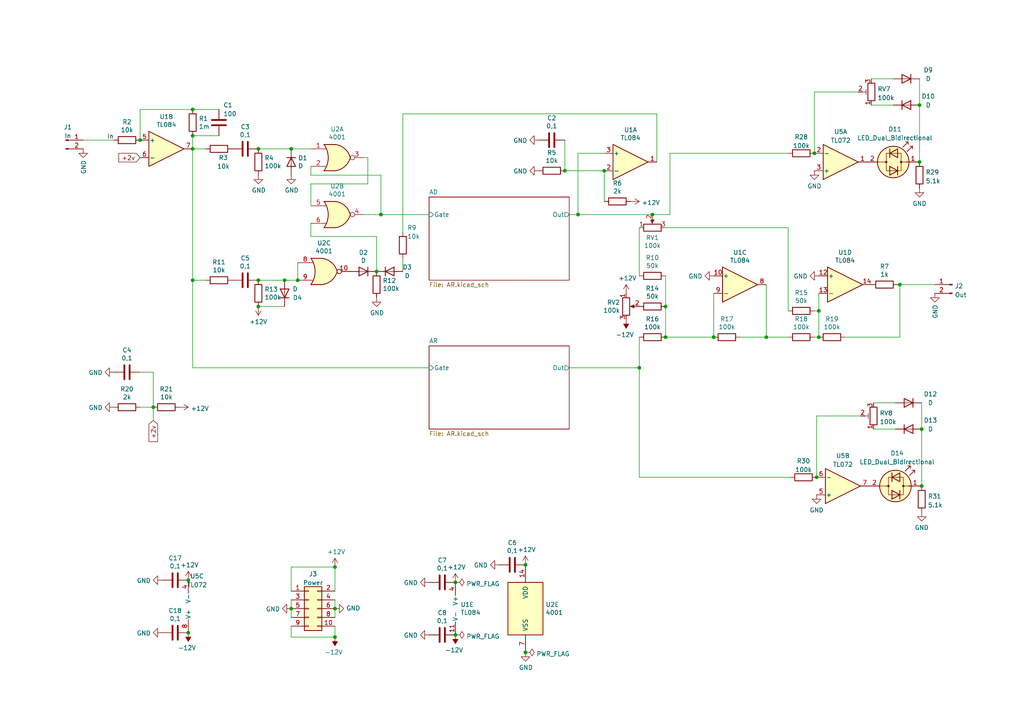
<source format=kicad_sch>
(kicad_sch (version 20211123) (generator eeschema)
  (paper "A4")
  (lib_symbols
    (symbol "4xxx:4001" (pin_names (offset 1.016))
      (property "Reference" "U" (at 0 1.27 0))
      (property "Value" "4001" (at 0 -1.27 0))
      (symbol "4001_1_1"
        (arc (start -3.81 -3.81) (mid -2.589 0) (end -3.81 3.81) (stroke (width 0.254)))
        (arc (start -0.6096 -3.81) (mid 2.1842 -2.5851) (end 3.81 0) (stroke (width 0.254)) (fill (type background)))
        (polyline (pts (xy -3.81 -3.81) (xy -0.635 -3.81)) (stroke (width 0.254)) (fill (type background)))
        (polyline (pts (xy -3.81 3.81) (xy -0.635 3.81)) (stroke (width 0.254)) (fill (type background)))
        (polyline (pts (xy -0.635 3.81) (xy -3.81 3.81) (xy -3.81 3.81) (xy -3.556 3.4036) (xy -3.0226 2.2606) (xy -2.6924 1.0414) (xy -2.6162 -0.254) (xy -2.7686 -1.4986) (xy -3.175 -2.7178) (xy -3.81 -3.81) (xy -3.81 -3.81) (xy -0.635 -3.81)) (stroke (width -25.4)) (fill (type background)))
        (arc (start 3.81 0) (mid 2.1915 2.5936) (end -0.6096 3.81) (stroke (width 0.254)) (fill (type background)))
        (pin input line (at -7.62 2.54 0) (length 4.318) (name "~") (number "1"))
        (pin input line (at -7.62 -2.54 0) (length 4.318) (name "~") (number "2"))
        (pin output inverted (at 7.62 0 180) (length 3.81) (name "~") (number "3"))
      )
      (symbol "4001_1_2"
        (arc (start 0 -3.81) (mid 3.81 0) (end 0 3.81) (stroke (width 0.254)) (fill (type background)))
        (polyline (pts (xy 0 3.81) (xy -3.81 3.81) (xy -3.81 -3.81) (xy 0 -3.81)) (stroke (width 0.254)) (fill (type background)))
        (pin input inverted (at -7.62 2.54 0) (length 3.81) (name "~") (number "1"))
        (pin input inverted (at -7.62 -2.54 0) (length 3.81) (name "~") (number "2"))
        (pin output line (at 7.62 0 180) (length 3.81) (name "~") (number "3"))
      )
      (symbol "4001_2_1"
        (arc (start -3.81 -3.81) (mid -2.589 0) (end -3.81 3.81) (stroke (width 0.254)))
        (arc (start -0.6096 -3.81) (mid 2.1842 -2.5851) (end 3.81 0) (stroke (width 0.254)) (fill (type background)))
        (polyline (pts (xy -3.81 -3.81) (xy -0.635 -3.81)) (stroke (width 0.254)) (fill (type background)))
        (polyline (pts (xy -3.81 3.81) (xy -0.635 3.81)) (stroke (width 0.254)) (fill (type background)))
        (polyline (pts (xy -0.635 3.81) (xy -3.81 3.81) (xy -3.81 3.81) (xy -3.556 3.4036) (xy -3.0226 2.2606) (xy -2.6924 1.0414) (xy -2.6162 -0.254) (xy -2.7686 -1.4986) (xy -3.175 -2.7178) (xy -3.81 -3.81) (xy -3.81 -3.81) (xy -0.635 -3.81)) (stroke (width -25.4)) (fill (type background)))
        (arc (start 3.81 0) (mid 2.1915 2.5936) (end -0.6096 3.81) (stroke (width 0.254)) (fill (type background)))
        (pin output inverted (at 7.62 0 180) (length 3.81) (name "~") (number "4"))
        (pin input line (at -7.62 2.54 0) (length 4.318) (name "~") (number "5"))
        (pin input line (at -7.62 -2.54 0) (length 4.318) (name "~") (number "6"))
      )
      (symbol "4001_2_2"
        (arc (start 0 -3.81) (mid 3.81 0) (end 0 3.81) (stroke (width 0.254)) (fill (type background)))
        (polyline (pts (xy 0 3.81) (xy -3.81 3.81) (xy -3.81 -3.81) (xy 0 -3.81)) (stroke (width 0.254)) (fill (type background)))
        (pin output line (at 7.62 0 180) (length 3.81) (name "~") (number "4"))
        (pin input inverted (at -7.62 2.54 0) (length 3.81) (name "~") (number "5"))
        (pin input inverted (at -7.62 -2.54 0) (length 3.81) (name "~") (number "6"))
      )
      (symbol "4001_3_1"
        (arc (start -3.81 -3.81) (mid -2.589 0) (end -3.81 3.81) (stroke (width 0.254)))
        (arc (start -0.6096 -3.81) (mid 2.1842 -2.5851) (end 3.81 0) (stroke (width 0.254)) (fill (type background)))
        (polyline (pts (xy -3.81 -3.81) (xy -0.635 -3.81)) (stroke (width 0.254)) (fill (type background)))
        (polyline (pts (xy -3.81 3.81) (xy -0.635 3.81)) (stroke (width 0.254)) (fill (type background)))
        (polyline (pts (xy -0.635 3.81) (xy -3.81 3.81) (xy -3.81 3.81) (xy -3.556 3.4036) (xy -3.0226 2.2606) (xy -2.6924 1.0414) (xy -2.6162 -0.254) (xy -2.7686 -1.4986) (xy -3.175 -2.7178) (xy -3.81 -3.81) (xy -3.81 -3.81) (xy -0.635 -3.81)) (stroke (width -25.4)) (fill (type background)))
        (arc (start 3.81 0) (mid 2.1915 2.5936) (end -0.6096 3.81) (stroke (width 0.254)) (fill (type background)))
        (pin output inverted (at 7.62 0 180) (length 3.81) (name "~") (number "10"))
        (pin input line (at -7.62 2.54 0) (length 4.318) (name "~") (number "8"))
        (pin input line (at -7.62 -2.54 0) (length 4.318) (name "~") (number "9"))
      )
      (symbol "4001_3_2"
        (arc (start 0 -3.81) (mid 3.81 0) (end 0 3.81) (stroke (width 0.254)) (fill (type background)))
        (polyline (pts (xy 0 3.81) (xy -3.81 3.81) (xy -3.81 -3.81) (xy 0 -3.81)) (stroke (width 0.254)) (fill (type background)))
        (pin output line (at 7.62 0 180) (length 3.81) (name "~") (number "10"))
        (pin input inverted (at -7.62 2.54 0) (length 3.81) (name "~") (number "8"))
        (pin input inverted (at -7.62 -2.54 0) (length 3.81) (name "~") (number "9"))
      )
      (symbol "4001_4_1"
        (arc (start -3.81 -3.81) (mid -2.589 0) (end -3.81 3.81) (stroke (width 0.254)))
        (arc (start -0.6096 -3.81) (mid 2.1842 -2.5851) (end 3.81 0) (stroke (width 0.254)) (fill (type background)))
        (polyline (pts (xy -3.81 -3.81) (xy -0.635 -3.81)) (stroke (width 0.254)) (fill (type background)))
        (polyline (pts (xy -3.81 3.81) (xy -0.635 3.81)) (stroke (width 0.254)) (fill (type background)))
        (polyline (pts (xy -0.635 3.81) (xy -3.81 3.81) (xy -3.81 3.81) (xy -3.556 3.4036) (xy -3.0226 2.2606) (xy -2.6924 1.0414) (xy -2.6162 -0.254) (xy -2.7686 -1.4986) (xy -3.175 -2.7178) (xy -3.81 -3.81) (xy -3.81 -3.81) (xy -0.635 -3.81)) (stroke (width -25.4)) (fill (type background)))
        (arc (start 3.81 0) (mid 2.1915 2.5936) (end -0.6096 3.81) (stroke (width 0.254)) (fill (type background)))
        (pin output inverted (at 7.62 0 180) (length 3.81) (name "~") (number "11"))
        (pin input line (at -7.62 2.54 0) (length 4.318) (name "~") (number "12"))
        (pin input line (at -7.62 -2.54 0) (length 4.318) (name "~") (number "13"))
      )
      (symbol "4001_4_2"
        (arc (start 0 -3.81) (mid 3.81 0) (end 0 3.81) (stroke (width 0.254)) (fill (type background)))
        (polyline (pts (xy 0 3.81) (xy -3.81 3.81) (xy -3.81 -3.81) (xy 0 -3.81)) (stroke (width 0.254)) (fill (type background)))
        (pin output line (at 7.62 0 180) (length 3.81) (name "~") (number "11"))
        (pin input inverted (at -7.62 2.54 0) (length 3.81) (name "~") (number "12"))
        (pin input inverted (at -7.62 -2.54 0) (length 3.81) (name "~") (number "13"))
      )
      (symbol "4001_5_0"
        (pin power_in line (at 0 12.7 270) (length 5.08) (name "VDD") (number "14"))
        (pin power_in line (at 0 -12.7 90) (length 5.08) (name "VSS") (number "7"))
      )
      (symbol "4001_5_1"
        (rectangle (start -5.08 7.62) (end 5.08 -7.62) (stroke (width 0.254)) (fill (type background)))
      )
    )
    (symbol "Amplifier_Operational:TL072" (pin_names (offset 0.127))
      (property "Reference" "U" (at 0 5.08 0))
      (property "Value" "TL072" (at 0 -5.08 0))
      (symbol "TL072_1_1"
        (polyline (pts (xy -5.08 5.08) (xy 5.08 0) (xy -5.08 -5.08) (xy -5.08 5.08)) (stroke (width 0.254)) (fill (type background)))
        (pin output line (at 7.62 0 180) (length 2.54) (name "~") (number "1"))
        (pin input line (at -7.62 -2.54 0) (length 2.54) (name "-") (number "2"))
        (pin input line (at -7.62 2.54 0) (length 2.54) (name "+") (number "3"))
      )
      (symbol "TL072_2_1"
        (polyline (pts (xy -5.08 5.08) (xy 5.08 0) (xy -5.08 -5.08) (xy -5.08 5.08)) (stroke (width 0.254)) (fill (type background)))
        (pin input line (at -7.62 2.54 0) (length 2.54) (name "+") (number "5"))
        (pin input line (at -7.62 -2.54 0) (length 2.54) (name "-") (number "6"))
        (pin output line (at 7.62 0 180) (length 2.54) (name "~") (number "7"))
      )
      (symbol "TL072_3_1"
        (pin power_in line (at -2.54 -7.62 90) (length 3.81) (name "V-") (number "4"))
        (pin power_in line (at -2.54 7.62 270) (length 3.81) (name "V+") (number "8"))
      )
    )
    (symbol "Amplifier_Operational:TL084" (pin_names (offset 0.127))
      (property "Reference" "U" (at 0 5.08 0))
      (property "Value" "TL084" (at 0 -5.08 0))
      (symbol "TL084_1_1"
        (polyline (pts (xy -5.08 5.08) (xy 5.08 0) (xy -5.08 -5.08) (xy -5.08 5.08)) (stroke (width 0.254)) (fill (type background)))
        (pin output line (at 7.62 0 180) (length 2.54) (name "~") (number "1"))
        (pin input line (at -7.62 -2.54 0) (length 2.54) (name "-") (number "2"))
        (pin input line (at -7.62 2.54 0) (length 2.54) (name "+") (number "3"))
      )
      (symbol "TL084_2_1"
        (polyline (pts (xy -5.08 5.08) (xy 5.08 0) (xy -5.08 -5.08) (xy -5.08 5.08)) (stroke (width 0.254)) (fill (type background)))
        (pin input line (at -7.62 2.54 0) (length 2.54) (name "+") (number "5"))
        (pin input line (at -7.62 -2.54 0) (length 2.54) (name "-") (number "6"))
        (pin output line (at 7.62 0 180) (length 2.54) (name "~") (number "7"))
      )
      (symbol "TL084_3_1"
        (polyline (pts (xy -5.08 5.08) (xy 5.08 0) (xy -5.08 -5.08) (xy -5.08 5.08)) (stroke (width 0.254)) (fill (type background)))
        (pin input line (at -7.62 2.54 0) (length 2.54) (name "+") (number "10"))
        (pin output line (at 7.62 0 180) (length 2.54) (name "~") (number "8"))
        (pin input line (at -7.62 -2.54 0) (length 2.54) (name "-") (number "9"))
      )
      (symbol "TL084_4_1"
        (polyline (pts (xy -5.08 5.08) (xy 5.08 0) (xy -5.08 -5.08) (xy -5.08 5.08)) (stroke (width 0.254)) (fill (type background)))
        (pin input line (at -7.62 2.54 0) (length 2.54) (name "+") (number "12"))
        (pin input line (at -7.62 -2.54 0) (length 2.54) (name "-") (number "13"))
        (pin output line (at 7.62 0 180) (length 2.54) (name "~") (number "14"))
      )
      (symbol "TL084_5_1"
        (pin power_in line (at -2.54 -7.62 90) (length 3.81) (name "V-") (number "11"))
        (pin power_in line (at -2.54 7.62 270) (length 3.81) (name "V+") (number "4"))
      )
    )
    (symbol "Connector:Conn_01x02_Male" (pin_names (offset 1.016) hide)
      (property "Reference" "J" (at 0 2.54 0))
      (property "Value" "Conn_01x02_Male" (at 0 -5.08 0))
      (symbol "Conn_01x02_Male_1_1"
        (polyline (pts (xy 1.27 -2.54) (xy 0.8636 -2.54)) (stroke (width 0.1524)))
        (polyline (pts (xy 1.27 0) (xy 0.8636 0)) (stroke (width 0.1524)))
        (rectangle (start 0.8636 -2.413) (end 0 -2.667) (stroke (width 0.1524)) (fill (type outline)))
        (rectangle (start 0.8636 0.127) (end 0 -0.127) (stroke (width 0.1524)) (fill (type outline)))
        (pin passive line (at 5.08 0 180) (length 3.81) (name "Pin_1") (number "1"))
        (pin passive line (at 5.08 -2.54 180) (length 3.81) (name "Pin_2") (number "2"))
      )
    )
    (symbol "Connector_Generic:Conn_02x05_Odd_Even" (pin_names (offset 1.016) hide)
      (property "Reference" "J" (at 1.27 7.62 0))
      (property "Value" "Conn_02x05_Odd_Even" (at 1.27 -7.62 0))
      (symbol "Conn_02x05_Odd_Even_1_1"
        (rectangle (start -1.27 -4.953) (end 0 -5.207) (stroke (width 0.1524)))
        (rectangle (start -1.27 -2.413) (end 0 -2.667) (stroke (width 0.1524)))
        (rectangle (start -1.27 0.127) (end 0 -0.127) (stroke (width 0.1524)))
        (rectangle (start -1.27 2.667) (end 0 2.413) (stroke (width 0.1524)))
        (rectangle (start -1.27 5.207) (end 0 4.953) (stroke (width 0.1524)))
        (rectangle (start -1.27 6.35) (end 3.81 -6.35) (stroke (width 0.254)) (fill (type background)))
        (rectangle (start 3.81 -4.953) (end 2.54 -5.207) (stroke (width 0.1524)))
        (rectangle (start 3.81 -2.413) (end 2.54 -2.667) (stroke (width 0.1524)))
        (rectangle (start 3.81 0.127) (end 2.54 -0.127) (stroke (width 0.1524)))
        (rectangle (start 3.81 2.667) (end 2.54 2.413) (stroke (width 0.1524)))
        (rectangle (start 3.81 5.207) (end 2.54 4.953) (stroke (width 0.1524)))
        (pin passive line (at -5.08 5.08 0) (length 3.81) (name "Pin_1") (number "1"))
        (pin passive line (at 7.62 -5.08 180) (length 3.81) (name "Pin_10") (number "10"))
        (pin passive line (at 7.62 5.08 180) (length 3.81) (name "Pin_2") (number "2"))
        (pin passive line (at -5.08 2.54 0) (length 3.81) (name "Pin_3") (number "3"))
        (pin passive line (at 7.62 2.54 180) (length 3.81) (name "Pin_4") (number "4"))
        (pin passive line (at -5.08 0 0) (length 3.81) (name "Pin_5") (number "5"))
        (pin passive line (at 7.62 0 180) (length 3.81) (name "Pin_6") (number "6"))
        (pin passive line (at -5.08 -2.54 0) (length 3.81) (name "Pin_7") (number "7"))
        (pin passive line (at 7.62 -2.54 180) (length 3.81) (name "Pin_8") (number "8"))
        (pin passive line (at -5.08 -5.08 0) (length 3.81) (name "Pin_9") (number "9"))
      )
    )
    (symbol "Device:C" (pin_numbers hide) (pin_names (offset 0.254))
      (property "Reference" "C" (at 0.635 2.54 0))
      (property "Value" "C" (at 0.635 -2.54 0))
      (symbol "C_0_1"
        (polyline (pts (xy -2.032 -0.762) (xy 2.032 -0.762)) (stroke (width 0.508)))
        (polyline (pts (xy -2.032 0.762) (xy 2.032 0.762)) (stroke (width 0.508)))
      )
      (symbol "C_1_1"
        (pin passive line (at 0 3.81 270) (length 2.794) (name "~") (number "1"))
        (pin passive line (at 0 -3.81 90) (length 2.794) (name "~") (number "2"))
      )
    )
    (symbol "Device:D" (pin_numbers hide) (pin_names (offset 1.016) hide)
      (property "Reference" "D" (at 0 2.54 0))
      (property "Value" "D" (at 0 -2.54 0))
      (symbol "D_0_1"
        (polyline (pts (xy -1.27 1.27) (xy -1.27 -1.27)) (stroke (width 0.254)))
        (polyline (pts (xy 1.27 0) (xy -1.27 0)))
        (polyline (pts (xy 1.27 1.27) (xy 1.27 -1.27) (xy -1.27 0) (xy 1.27 1.27)) (stroke (width 0.254)))
      )
      (symbol "D_1_1"
        (pin passive line (at -3.81 0 0) (length 2.54) (name "K") (number "1"))
        (pin passive line (at 3.81 0 180) (length 2.54) (name "A") (number "2"))
      )
    )
    (symbol "Device:LED_Dual_Bidirectional" (pin_names (offset 0) hide)
      (property "Reference" "D" (at 0 5.715 0))
      (property "Value" "LED_Dual_Bidirectional" (at 0 -6.35 0))
      (symbol "LED_Dual_Bidirectional_0_1"
        (circle (center -2.032 0) (radius 0.254) (fill (type outline)))
        (polyline (pts (xy -4.572 0) (xy -2.54 0)))
        (polyline (pts (xy -2.032 0) (xy -2.54 0)))
        (polyline (pts (xy -1.016 3.81) (xy -1.016 1.27)) (stroke (width 0.254)))
        (polyline (pts (xy 1.27 -1.27) (xy 1.27 -3.81)) (stroke (width 0.254)))
        (polyline (pts (xy 4.064 0) (xy 2.286 0)) (fill (type outline)))
        (polyline (pts (xy 4.318 5.842) (xy 4.318 5.08)) (stroke (width 0.2032)))
        (polyline (pts (xy 5.588 4.572) (xy 5.588 3.81)) (stroke (width 0.2032)))
        (polyline (pts (xy 2.794 4.318) (xy 4.318 5.842) (xy 3.556 5.842)) (stroke (width 0.2032)))
        (polyline (pts (xy 4.064 3.048) (xy 5.588 4.572) (xy 4.826 4.572)) (stroke (width 0.2032)))
        (polyline (pts (xy -1.016 -1.27) (xy -1.016 -3.81) (xy 1.27 -2.54) (xy -1.016 -1.27)) (stroke (width 0.254)))
        (polyline (pts (xy 1.27 3.81) (xy 1.27 1.27) (xy -1.016 2.54) (xy 1.27 3.81)) (stroke (width 0.254)))
        (polyline (pts (xy 2.286 2.54) (xy -2.032 2.54) (xy -2.032 -2.54) (xy 2.286 -2.54) (xy 2.286 2.54)))
        (circle (center 0 0) (radius 4.572) (stroke (width 0.254)) (fill (type background)))
        (circle (center 2.286 0) (radius 0.254) (fill (type outline)))
      )
      (symbol "LED_Dual_Bidirectional_1_1"
        (pin input line (at 7.62 0 180) (length 3.81) (name "KA") (number "1"))
        (pin input line (at -7.62 0 0) (length 3.048) (name "AK") (number "2"))
      )
    )
    (symbol "Device:R" (pin_numbers hide) (pin_names (offset 0))
      (property "Reference" "R" (at 2.032 0 90))
      (property "Value" "R" (at 0 0 90))
      (symbol "R_0_1"
        (rectangle (start -1.016 -2.54) (end 1.016 2.54) (stroke (width 0.254)))
      )
      (symbol "R_1_1"
        (pin passive line (at 0 3.81 270) (length 1.27) (name "~") (number "1"))
        (pin passive line (at 0 -3.81 90) (length 1.27) (name "~") (number "2"))
      )
    )
    (symbol "Device:R_Potentiometer_Trim" (pin_names (offset 1.016) hide)
      (property "Reference" "RV" (at -4.445 0 90))
      (property "Value" "R_Potentiometer_Trim" (at -2.54 0 90))
      (symbol "R_Potentiometer_Trim_0_1"
        (polyline (pts (xy 1.524 0.762) (xy 1.524 -0.762)))
        (polyline (pts (xy 2.54 0) (xy 1.524 0)))
        (rectangle (start 1.016 2.54) (end -1.016 -2.54) (stroke (width 0.254)))
      )
      (symbol "R_Potentiometer_Trim_1_1"
        (pin passive line (at 0 3.81 270) (length 1.27) (name "1") (number "1"))
        (pin passive line (at 3.81 0 180) (length 1.27) (name "2") (number "2"))
        (pin passive line (at 0 -3.81 90) (length 1.27) (name "3") (number "3"))
      )
    )
    (symbol "dz_ADAR-rescue:R_POT-Device" (pin_names (offset 1.016) hide)
      (property "Reference" "RV" (at -4.445 0 90))
      (property "Value" "R_POT-Device" (at -2.54 0 90))
      (symbol "R_POT-Device_0_1"
        (polyline (pts (xy 2.54 0) (xy 1.524 0)))
        (polyline (pts (xy 1.143 0) (xy 2.286 0.508) (xy 2.286 -0.508)) (fill (type outline)))
        (rectangle (start 1.016 2.54) (end -1.016 -2.54) (stroke (width 0.254)))
      )
      (symbol "R_POT-Device_1_1"
        (pin passive line (at 0 3.81 270) (length 1.27) (name "1") (number "1"))
        (pin passive line (at 3.81 0 180) (length 1.27) (name "2") (number "2"))
        (pin passive line (at 0 -3.81 90) (length 1.27) (name "3") (number "3"))
      )
    )
    (symbol "power:+12V" (power) (pin_names (offset 0))
      (property "Value" "+12V" (at 0 3.556 0))
      (symbol "+12V_0_1"
        (polyline (pts (xy -0.762 1.27) (xy 0 2.54)))
        (polyline (pts (xy 0 0) (xy 0 2.54)))
        (polyline (pts (xy 0 2.54) (xy 0.762 1.27)))
      )
      (symbol "+12V_1_1"
        (pin power_in line (at 0 0 90) (length 0) hide (name "+12V") (number "1"))
      )
    )
    (symbol "power:-12V" (power) (pin_names (offset 0))
      (property "Value" "-12V" (at 0 3.81 0))
      (symbol "-12V_0_0"
        (pin power_in line (at 0 0 90) (length 0) hide (name "-12V") (number "1"))
      )
      (symbol "-12V_0_1"
        (polyline (pts (xy 0 0) (xy 0 1.27) (xy 0.762 1.27) (xy 0 2.54) (xy -0.762 1.27) (xy 0 1.27)) (fill (type outline)))
      )
    )
    (symbol "power:GND" (power) (pin_names (offset 0))
      (property "Value" "GND" (at 0 -3.81 0))
      (symbol "GND_0_1"
        (polyline (pts (xy 0 0) (xy 0 -1.27) (xy 1.27 -1.27) (xy 0 -2.54) (xy -1.27 -1.27) (xy 0 -1.27)))
      )
      (symbol "GND_1_1"
        (pin power_in line (at 0 0 270) (length 0) hide (name "GND") (number "1"))
      )
    )
    (symbol "power:PWR_FLAG" (power) (pin_numbers hide) (pin_names (offset 0) hide)
      (property "Value" "PWR_FLAG" (at 0 3.81 0))
      (symbol "PWR_FLAG_0_0"
        (pin power_out line (at 0 0 90) (length 0) (name "pwr") (number "1"))
      )
      (symbol "PWR_FLAG_0_1"
        (polyline (pts (xy 0 0) (xy 0 1.27) (xy -1.016 1.905) (xy 0 2.54) (xy 1.016 1.905) (xy 0 1.27)))
      )
    )
  )
  (junction (at 54.61 168.275))
  (junction (at 82.55 81.28))
  (junction (at 109.22 78.74))
  (junction (at 132.08 184.15))
  (junction (at 110.49 62.23))
  (junction (at 185.42 106.68))
  (junction (at 236.22 44.45))
  (junction (at 86.36 81.28))
  (junction (at 74.93 81.28))
  (junction (at 55.88 81.28))
  (junction (at 55.88 39.37))
  (junction (at 236.855 138.43))
  (junction (at 207.01 97.79))
  (junction (at 193.04 88.9))
  (junction (at 55.88 43.18))
  (junction (at 266.7 30.48))
  (junction (at 237.49 97.79))
  (junction (at 84.455 176.53))
  (junction (at 132.08 168.91))
  (junction (at 84.455 43.18))
  (junction (at 44.45 118.11))
  (junction (at 97.155 164.465))
  (junction (at 163.83 49.53))
  (junction (at 222.25 97.79))
  (junction (at 97.155 184.785))
  (junction (at 167.64 62.23))
  (junction (at 237.49 90.17))
  (junction (at 266.7 46.99))
  (junction (at 189.23 62.23))
  (junction (at 97.155 176.53))
  (junction (at 74.93 88.9))
  (junction (at 54.61 183.515))
  (junction (at 55.88 31.75))
  (junction (at 74.93 43.18))
  (junction (at 152.4 189.23))
  (junction (at 267.335 124.46))
  (junction (at 267.335 140.97))
  (junction (at 152.4 163.83))
  (junction (at 40.64 40.64))
  (junction (at 260.985 82.55))
  (junction (at 175.26 49.53))
  (junction (at 193.04 97.79))
  (wire (pts (xy 90.17 48.26) (xy 90.17 50.8)))
  (wire (pts (xy 84.455 176.53) (xy 84.455 179.07)))
  (wire (pts (xy 167.64 44.45) (xy 175.26 44.45)))
  (wire (pts (xy 44.45 107.95) (xy 44.45 118.11)))
  (wire (pts (xy 116.84 33.02) (xy 190.5 33.02)))
  (wire (pts (xy 185.42 97.79) (xy 185.42 106.68)))
  (wire (pts (xy 228.6 44.45) (xy 194.31 44.45)))
  (wire (pts (xy 84.455 173.99) (xy 84.455 176.53)))
  (wire (pts (xy 260.35 82.55) (xy 260.985 82.55)))
  (wire (pts (xy 40.64 31.75) (xy 40.64 40.64)))
  (wire (pts (xy 228.6 66.04) (xy 228.6 90.17)))
  (wire (pts (xy 55.88 43.18) (xy 59.69 43.18)))
  (wire (pts (xy 55.88 31.75) (xy 40.64 31.75)))
  (wire (pts (xy 185.42 138.43) (xy 185.42 106.68)))
  (wire (pts (xy 86.36 76.2) (xy 86.36 81.28)))
  (wire (pts (xy 63.5 39.37) (xy 55.88 39.37)))
  (wire (pts (xy 90.17 53.34) (xy 106.68 53.34)))
  (wire (pts (xy 252.73 22.86) (xy 259.08 22.86)))
  (wire (pts (xy 106.68 45.72) (xy 105.41 45.72)))
  (wire (pts (xy 74.93 81.28) (xy 82.55 81.28)))
  (wire (pts (xy 110.49 62.23) (xy 105.41 62.23)))
  (wire (pts (xy 55.88 81.28) (xy 55.88 106.68)))
  (wire (pts (xy 236.22 26.67) (xy 248.92 26.67)))
  (wire (pts (xy 245.11 97.79) (xy 260.985 97.79)))
  (wire (pts (xy 260.985 97.79) (xy 260.985 82.55)))
  (wire (pts (xy 74.93 43.18) (xy 84.455 43.18)))
  (wire (pts (xy 97.155 176.53) (xy 97.155 179.07)))
  (wire (pts (xy 116.84 33.02) (xy 116.84 67.31)))
  (wire (pts (xy 97.155 184.785) (xy 97.155 181.61)))
  (wire (pts (xy 229.235 138.43) (xy 185.42 138.43)))
  (wire (pts (xy 90.17 59.69) (xy 90.17 53.34)))
  (wire (pts (xy 222.25 97.79) (xy 214.63 97.79)))
  (wire (pts (xy 55.88 81.28) (xy 59.69 81.28)))
  (wire (pts (xy 253.365 116.84) (xy 259.715 116.84)))
  (wire (pts (xy 84.455 181.61) (xy 84.455 184.785)))
  (wire (pts (xy 109.22 68.58) (xy 109.22 78.74)))
  (wire (pts (xy 266.7 22.86) (xy 266.7 30.48)))
  (wire (pts (xy 124.46 106.68) (xy 55.88 106.68)))
  (wire (pts (xy 55.88 43.18) (xy 55.88 39.37)))
  (wire (pts (xy 193.04 97.79) (xy 207.01 97.79)))
  (wire (pts (xy 97.155 173.99) (xy 97.155 176.53)))
  (wire (pts (xy 84.455 43.18) (xy 90.17 43.18)))
  (wire (pts (xy 84.455 171.45) (xy 84.455 164.465)))
  (wire (pts (xy 237.49 90.17) (xy 237.49 85.09)))
  (wire (pts (xy 84.455 184.785) (xy 97.155 184.785)))
  (wire (pts (xy 90.17 68.58) (xy 109.22 68.58)))
  (wire (pts (xy 193.04 80.01) (xy 193.04 88.9)))
  (wire (pts (xy 237.49 90.17) (xy 236.22 90.17)))
  (wire (pts (xy 260.985 82.55) (xy 271.145 82.55)))
  (wire (pts (xy 190.5 33.02) (xy 190.5 46.99)))
  (wire (pts (xy 97.155 164.465) (xy 97.155 171.45)))
  (wire (pts (xy 167.64 62.23) (xy 189.23 62.23)))
  (wire (pts (xy 236.22 44.45) (xy 236.22 26.67)))
  (wire (pts (xy 175.26 49.53) (xy 163.83 49.53)))
  (wire (pts (xy 193.04 88.9) (xy 193.04 97.79)))
  (wire (pts (xy 266.7 46.99) (xy 266.7 30.48)))
  (wire (pts (xy 40.64 118.11) (xy 44.45 118.11)))
  (wire (pts (xy 40.64 107.95) (xy 44.45 107.95)))
  (wire (pts (xy 84.455 164.465) (xy 97.155 164.465)))
  (wire (pts (xy 236.855 138.43) (xy 236.855 120.65)))
  (wire (pts (xy 194.31 44.45) (xy 194.31 62.23)))
  (wire (pts (xy 90.17 50.8) (xy 110.49 50.8)))
  (wire (pts (xy 63.5 31.75) (xy 55.88 31.75)))
  (wire (pts (xy 267.335 140.97) (xy 267.335 124.46)))
  (wire (pts (xy 90.17 64.77) (xy 90.17 68.58)))
  (wire (pts (xy 163.83 40.64) (xy 163.83 49.53)))
  (wire (pts (xy 236.855 120.65) (xy 249.555 120.65)))
  (wire (pts (xy 167.64 62.23) (xy 167.64 44.45)))
  (wire (pts (xy 193.04 66.04) (xy 228.6 66.04)))
  (wire (pts (xy 185.42 80.01) (xy 185.42 66.04)))
  (wire (pts (xy 252.73 30.48) (xy 259.08 30.48)))
  (wire (pts (xy 44.45 118.11) (xy 44.45 121.92)))
  (wire (pts (xy 236.22 97.79) (xy 237.49 97.79)))
  (wire (pts (xy 106.68 53.34) (xy 106.68 45.72)))
  (wire (pts (xy 267.335 116.84) (xy 267.335 124.46)))
  (wire (pts (xy 116.84 74.93) (xy 116.84 78.74)))
  (wire (pts (xy 253.365 124.46) (xy 259.715 124.46)))
  (wire (pts (xy 165.1 106.68) (xy 185.42 106.68)))
  (wire (pts (xy 175.26 58.42) (xy 175.26 49.53)))
  (wire (pts (xy 74.93 88.9) (xy 82.55 88.9)))
  (wire (pts (xy 55.88 43.18) (xy 55.88 81.28)))
  (wire (pts (xy 189.23 62.23) (xy 194.31 62.23)))
  (wire (pts (xy 24.13 40.64) (xy 33.02 40.64)))
  (wire (pts (xy 82.55 81.28) (xy 86.36 81.28)))
  (wire (pts (xy 207.01 97.79) (xy 207.01 85.09)))
  (wire (pts (xy 237.49 97.79) (xy 237.49 90.17)))
  (wire (pts (xy 228.6 97.79) (xy 222.25 97.79)))
  (wire (pts (xy 165.1 62.23) (xy 167.64 62.23)))
  (wire (pts (xy 222.25 82.55) (xy 222.25 97.79)))
  (wire (pts (xy 110.49 50.8) (xy 110.49 62.23)))
  (wire (pts (xy 110.49 62.23) (xy 124.46 62.23)))
  (label "In" (at 33.02 40.64 180))
  (global_label "+2v" (shape input) (at 44.45 121.92 270) (property "Intersheet References" "${INTERSHEET_REFS}" (effects hide)))
  (global_label "+2v" (shape input) (at 40.64 45.72 180) (property "Intersheet References" "${INTERSHEET_REFS}" (effects hide)))
  (symbol (lib_id "Amplifier_Operational:TL084") (at 182.88 46.99 0) (unit 1)
    (property "Reference" "U1" (at 182.88 37.6682 0))
    (property "Value" "TL084" (at 182.88 39.9796 0))
    (property "Footprint" "Package_DIP:DIP-14_W7.62mm_Socket_LongPads" (effects hide))
    (property "Datasheet" "http://www.ti.com/lit/ds/symlink/tl081.pdf" (effects hide))
  )
  (symbol (lib_id "Amplifier_Operational:TL084") (at 48.26 43.18 0) (unit 2)
    (property "Reference" "U1" (at 48.26 33.8582 0))
    (property "Value" "TL084" (at 48.26 36.1696 0))
    (property "Footprint" "Package_DIP:DIP-14_W7.62mm_Socket_LongPads" (effects hide))
    (property "Datasheet" "http://www.ti.com/lit/ds/symlink/tl081.pdf" (effects hide))
  )
  (symbol (lib_id "Amplifier_Operational:TL084") (at 214.63 82.55 0) (unit 3)
    (property "Reference" "U1" (at 214.63 73.2282 0))
    (property "Value" "TL084" (at 214.63 75.5396 0))
    (property "Footprint" "Package_DIP:DIP-14_W7.62mm_Socket_LongPads" (effects hide))
    (property "Datasheet" "http://www.ti.com/lit/ds/symlink/tl081.pdf" (effects hide))
  )
  (symbol (lib_id "Amplifier_Operational:TL084") (at 134.62 176.53 0) (unit 5)
    (property "Reference" "U1" (at 133.5532 175.3616 0) (effects (justify left)))
    (property "Value" "TL084" (at 133.5532 177.673 0) (effects (justify left)))
    (property "Footprint" "Package_DIP:DIP-14_W7.62mm_Socket_LongPads" (effects hide))
    (property "Datasheet" "http://www.ti.com/lit/ds/symlink/tl081.pdf" (effects hide))
  )
  (symbol (lib_id "power:GND") (at 207.01 80.01 270) (unit 1)
    (property "Reference" "#PWR0109" (effects hide))
    (property "Value" "GND" (at 203.7588 80.137 90) (effects (justify right)))
  )
  (symbol (lib_id "Device:R") (at 189.23 80.01 270) (unit 1)
    (property "Reference" "R10" (at 189.23 74.7522 90))
    (property "Value" "50k" (at 189.23 77.0636 90))
    (property "Footprint" "Resistor_SMD:R_1206_3216Metric_Pad1.30x1.75mm_HandSolder" (effects hide))
  )
  (symbol (lib_id "Device:R") (at 189.23 88.9 270) (unit 1)
    (property "Reference" "R14" (at 189.23 83.6422 90))
    (property "Value" "50k" (at 189.23 85.9536 90))
    (property "Footprint" "Resistor_SMD:R_1206_3216Metric_Pad1.30x1.75mm_HandSolder" (effects hide))
  )
  (symbol (lib_id "Device:R") (at 189.23 97.79 270) (unit 1)
    (property "Reference" "R16" (at 189.23 92.5322 90))
    (property "Value" "100k" (at 189.23 94.8436 90))
    (property "Footprint" "Resistor_SMD:R_1206_3216Metric_Pad1.30x1.75mm_HandSolder" (effects hide))
  )
  (symbol (lib_id "Amplifier_Operational:TL084") (at 245.11 82.55 0) (unit 4)
    (property "Reference" "U1" (at 245.11 73.2282 0))
    (property "Value" "TL084" (at 245.11 75.5396 0))
    (property "Footprint" "Package_DIP:DIP-14_W7.62mm_Socket_LongPads" (effects hide))
    (property "Datasheet" "http://www.ti.com/lit/ds/symlink/tl081.pdf" (effects hide))
  )
  (symbol (lib_id "power:GND") (at 237.49 80.01 270) (unit 1)
    (property "Reference" "#PWR0108" (effects hide))
    (property "Value" "GND" (at 234.2388 80.137 90) (effects (justify right)))
  )
  (symbol (lib_id "Device:R") (at 210.82 97.79 270) (unit 1)
    (property "Reference" "R17" (at 210.82 92.5322 90))
    (property "Value" "100k" (at 210.82 94.8436 90))
    (property "Footprint" "Resistor_SMD:R_1206_3216Metric_Pad1.30x1.75mm_HandSolder" (effects hide))
  )
  (symbol (lib_id "Device:R") (at 232.41 97.79 270) (unit 1)
    (property "Reference" "R18" (at 232.41 92.5322 90))
    (property "Value" "100k" (at 232.41 94.8436 90))
    (property "Footprint" "Resistor_SMD:R_1206_3216Metric_Pad1.30x1.75mm_HandSolder" (effects hide))
  )
  (symbol (lib_id "Device:R") (at 241.3 97.79 270) (unit 1)
    (property "Reference" "R19" (at 241.3 92.5322 90))
    (property "Value" "100k" (at 241.3 94.8436 90))
    (property "Footprint" "Resistor_SMD:R_1206_3216Metric_Pad1.30x1.75mm_HandSolder" (effects hide))
  )
  (symbol (lib_id "Device:R") (at 232.41 90.17 270) (unit 1)
    (property "Reference" "R15" (at 232.41 84.9122 90))
    (property "Value" "50k" (at 232.41 87.2236 90))
    (property "Footprint" "Resistor_SMD:R_1206_3216Metric_Pad1.30x1.75mm_HandSolder" (effects hide))
  )
  (symbol (lib_id "dz_ADAR-rescue:R_POT-Device") (at 189.23 66.04 90) (unit 1)
    (property "Reference" "RV1" (at 189.23 68.9356 90))
    (property "Value" "100k" (at 189.23 71.247 90))
    (property "Footprint" "Potentiometer_THT:Potentiometer_Alps_RK097_Single_Horizontal" (effects hide))
  )
  (symbol (lib_id "dz_ADAR-rescue:R_POT-Device") (at 181.61 88.9 0) (unit 1)
    (property "Reference" "RV2" (at 179.832 87.7316 0) (effects (justify right)))
    (property "Value" "100k" (at 179.832 90.043 0) (effects (justify right)))
    (property "Footprint" "Connector_PinHeader_2.54mm:PinHeader_1x03_P2.54mm_Vertical" (effects hide))
  )
  (symbol (lib_id "power:+12V") (at 181.61 85.09 0) (unit 1)
    (property "Reference" "#PWR0115" (effects hide))
    (property "Value" "+12V" (at 181.991 80.6958 0))
  )
  (symbol (lib_id "power:-12V") (at 181.61 92.71 180) (unit 1)
    (property "Reference" "#PWR0116" (effects hide))
    (property "Value" "-12V" (at 181.229 97.1042 0))
  )
  (symbol (lib_id "4xxx:4001") (at 97.79 45.72 0) (unit 1)
    (property "Reference" "U2" (at 97.79 37.465 0))
    (property "Value" "4001" (at 97.79 39.7764 0))
    (property "Footprint" "Package_DIP:DIP-14_W7.62mm_Socket_LongPads" (effects hide))
    (property "Datasheet" "http://www.intersil.com/content/dam/Intersil/documents/cd40/cd4000bms-01bms-02bms-25bms.pdf" (effects hide))
  )
  (symbol (lib_id "4xxx:4001") (at 97.79 62.23 0) (unit 2)
    (property "Reference" "U2" (at 97.79 53.975 0))
    (property "Value" "4001" (at 97.79 56.2864 0))
    (property "Footprint" "Package_DIP:DIP-14_W7.62mm_Socket_LongPads" (effects hide))
    (property "Datasheet" "http://www.intersil.com/content/dam/Intersil/documents/cd40/cd4000bms-01bms-02bms-25bms.pdf" (effects hide))
  )
  (symbol (lib_id "Device:R") (at 160.02 49.53 270) (unit 1)
    (property "Reference" "R5" (at 160.02 44.2722 90))
    (property "Value" "10k" (at 160.02 46.5836 90))
    (property "Footprint" "Resistor_SMD:R_1206_3216Metric_Pad1.30x1.75mm_HandSolder" (effects hide))
  )
  (symbol (lib_id "Device:R") (at 179.07 58.42 270) (unit 1)
    (property "Reference" "R6" (at 179.07 53.1622 90))
    (property "Value" "2k" (at 179.07 55.4736 90))
    (property "Footprint" "Resistor_SMD:R_1206_3216Metric_Pad1.30x1.75mm_HandSolder" (effects hide))
  )
  (symbol (lib_id "power:+12V") (at 182.88 58.42 270) (unit 1)
    (property "Reference" "#PWR0103" (effects hide))
    (property "Value" "+12V" (at 186.1312 58.801 90) (effects (justify left)))
  )
  (symbol (lib_id "power:GND") (at 156.21 49.53 270) (unit 1)
    (property "Reference" "#PWR0101" (effects hide))
    (property "Value" "GND" (at 152.9588 49.657 90) (effects (justify right)))
  )
  (symbol (lib_id "Device:C") (at 160.02 40.64 270) (unit 1)
    (property "Reference" "C2" (at 160.02 34.2392 90))
    (property "Value" "0,1" (at 160.02 36.5506 90))
    (property "Footprint" "Capacitor_SMD:C_1206_3216Metric_Pad1.33x1.80mm_HandSolder" (effects hide))
  )
  (symbol (lib_id "power:GND") (at 156.21 40.64 270) (unit 1)
    (property "Reference" "#PWR0102" (effects hide))
    (property "Value" "GND" (at 152.9588 40.767 90) (effects (justify right)))
  )
  (symbol (lib_id "Device:C") (at 36.83 107.95 270) (unit 1)
    (property "Reference" "C4" (at 36.83 101.5492 90))
    (property "Value" "0,1" (at 36.83 103.8606 90))
    (property "Footprint" "Capacitor_SMD:C_1206_3216Metric_Pad1.33x1.80mm_HandSolder" (effects hide))
  )
  (symbol (lib_id "Device:R") (at 36.83 40.64 270) (unit 1)
    (property "Reference" "R2" (at 36.83 35.3822 90))
    (property "Value" "10k" (at 36.83 37.6936 90))
    (property "Footprint" "Resistor_SMD:R_1206_3216Metric_Pad1.30x1.75mm_HandSolder" (effects hide))
  )
  (symbol (lib_id "Device:R") (at 55.88 35.56 180) (unit 1)
    (property "Reference" "R1" (at 57.658 34.3916 0) (effects (justify right)))
    (property "Value" "1m" (at 57.658 36.703 0) (effects (justify right)))
    (property "Footprint" "Resistor_SMD:R_1206_3216Metric_Pad1.30x1.75mm_HandSolder" (effects hide))
  )
  (symbol (lib_id "Device:C") (at 63.5 35.56 180) (unit 1)
    (property "Reference" "C1" (at 64.77 30.48 0) (effects (justify right)))
    (property "Value" "100" (at 64.77 33.02 0) (effects (justify right)))
    (property "Footprint" "Capacitor_THT:C_Disc_D7.5mm_W5.0mm_P7.50mm" (effects hide))
  )
  (symbol (lib_id "Device:R") (at 63.5 43.18 270) (unit 1)
    (property "Reference" "R3" (at 64.77 45.72 90))
    (property "Value" "10k" (at 64.77 48.26 90))
    (property "Footprint" "Resistor_SMD:R_1206_3216Metric_Pad1.30x1.75mm_HandSolder" (effects hide))
  )
  (symbol (lib_id "4xxx:4001") (at 152.4 176.53 0) (unit 5)
    (property "Reference" "U2" (at 158.242 175.3616 0) (effects (justify left)))
    (property "Value" "4001" (at 158.242 177.673 0) (effects (justify left)))
    (property "Footprint" "Package_DIP:DIP-14_W7.62mm_Socket_LongPads" (effects hide))
    (property "Datasheet" "http://www.intersil.com/content/dam/Intersil/documents/cd40/cd4000bms-01bms-02bms-25bms.pdf" (effects hide))
  )
  (symbol (lib_id "power:GND") (at 152.4 189.23 0) (unit 1)
    (property "Reference" "#PWR0123" (effects hide))
    (property "Value" "GND" (at 152.527 193.6242 0))
  )
  (symbol (lib_id "power:+12V") (at 152.4 163.83 0) (unit 1)
    (property "Reference" "#PWR0122" (effects hide))
    (property "Value" "+12V" (at 152.781 159.4358 0))
  )
  (symbol (lib_id "power:+12V") (at 132.08 168.91 0) (unit 1)
    (property "Reference" "#PWR0117" (effects hide))
    (property "Value" "+12V" (at 132.461 164.5158 0))
  )
  (symbol (lib_id "power:-12V") (at 132.08 184.15 180) (unit 1)
    (property "Reference" "#PWR0119" (effects hide))
    (property "Value" "-12V" (at 131.699 188.5442 0))
  )
  (symbol (lib_id "Device:C") (at 128.27 168.91 270) (unit 1)
    (property "Reference" "C7" (at 128.27 162.5092 90))
    (property "Value" "0,1" (at 128.27 164.8206 90))
    (property "Footprint" "Capacitor_SMD:C_1206_3216Metric_Pad1.33x1.80mm_HandSolder" (effects hide))
  )
  (symbol (lib_id "Device:C") (at 128.27 184.15 270) (unit 1)
    (property "Reference" "C8" (at 128.27 177.7492 90))
    (property "Value" "0,1" (at 128.27 180.0606 90))
    (property "Footprint" "Capacitor_SMD:C_1206_3216Metric_Pad1.33x1.80mm_HandSolder" (effects hide))
  )
  (symbol (lib_id "power:GND") (at 124.46 168.91 270) (unit 1)
    (property "Reference" "#PWR0118" (effects hide))
    (property "Value" "GND" (at 121.2088 169.037 90) (effects (justify right)))
  )
  (symbol (lib_id "power:GND") (at 124.46 184.15 270) (unit 1)
    (property "Reference" "#PWR0120" (effects hide))
    (property "Value" "GND" (at 121.2088 184.277 90) (effects (justify right)))
  )
  (symbol (lib_id "Device:C") (at 148.59 163.83 270) (unit 1)
    (property "Reference" "C6" (at 148.59 157.4292 90))
    (property "Value" "0,1" (at 148.59 159.7406 90))
    (property "Footprint" "Capacitor_SMD:C_1206_3216Metric_Pad1.33x1.80mm_HandSolder" (effects hide))
  )
  (symbol (lib_id "power:GND") (at 144.78 163.83 270) (unit 1)
    (property "Reference" "#PWR0121" (effects hide))
    (property "Value" "GND" (at 141.5288 163.957 90) (effects (justify right)))
  )
  (symbol (lib_id "4xxx:4001") (at 93.98 78.74 0) (unit 3)
    (property "Reference" "U2" (at 93.98 70.485 0))
    (property "Value" "4001" (at 93.98 72.7964 0))
    (property "Footprint" "Package_DIP:DIP-14_W7.62mm_Socket_LongPads" (effects hide))
    (property "Datasheet" "http://www.intersil.com/content/dam/Intersil/documents/cd40/cd4000bms-01bms-02bms-25bms.pdf" (effects hide))
  )
  (symbol (lib_id "Device:D") (at 105.41 78.74 180) (unit 1)
    (property "Reference" "D2" (at 105.41 73.2536 0))
    (property "Value" "D" (at 105.41 75.565 0))
    (property "Footprint" "Diode_SMD:D_MiniMELF_Handsoldering" (effects hide))
  )
  (symbol (lib_id "Device:R") (at 116.84 71.12 180) (unit 1)
    (property "Reference" "R9" (at 118.11 66.04 0) (effects (justify right)))
    (property "Value" "10k" (at 118.11 68.58 0) (effects (justify right)))
    (property "Footprint" "Resistor_SMD:R_1206_3216Metric_Pad1.30x1.75mm_HandSolder" (effects hide))
  )
  (symbol (lib_id "Device:D") (at 113.03 78.74 0) (unit 1)
    (property "Reference" "D3" (at 118.11 77.47 0))
    (property "Value" "D" (at 118.11 80.01 0))
    (property "Footprint" "Diode_SMD:D_MiniMELF_Handsoldering" (effects hide))
  )
  (symbol (lib_id "Device:R") (at 109.22 82.55 0) (unit 1)
    (property "Reference" "R12" (at 110.998 81.3816 0) (effects (justify left)))
    (property "Value" "100k" (at 110.998 83.693 0) (effects (justify left)))
    (property "Footprint" "Resistor_SMD:R_1206_3216Metric_Pad1.30x1.75mm_HandSolder" (effects hide))
  )
  (symbol (lib_id "power:GND") (at 109.22 86.36 0) (unit 1)
    (property "Reference" "#PWR0112" (effects hide))
    (property "Value" "GND" (at 109.347 90.7542 0))
  )
  (symbol (lib_id "Device:C") (at 71.12 81.28 270) (unit 1)
    (property "Reference" "C5" (at 71.12 74.8792 90))
    (property "Value" "0,1" (at 71.12 77.1906 90))
    (property "Footprint" "Capacitor_SMD:C_1206_3216Metric_Pad1.33x1.80mm_HandSolder" (effects hide))
  )
  (symbol (lib_id "Device:R") (at 74.93 85.09 0) (unit 1)
    (property "Reference" "R13" (at 76.708 83.9216 0) (effects (justify left)))
    (property "Value" "100k" (at 76.708 86.233 0) (effects (justify left)))
    (property "Footprint" "Resistor_SMD:R_1206_3216Metric_Pad1.30x1.75mm_HandSolder" (effects hide))
  )
  (symbol (lib_id "Device:D") (at 82.55 85.09 90) (unit 1)
    (property "Reference" "D4" (at 87.63 86.36 90) (effects (justify left)))
    (property "Value" "D" (at 86.36 83.82 90) (effects (justify left)))
    (property "Footprint" "Diode_SMD:D_MiniMELF_Handsoldering" (effects hide))
  )
  (symbol (lib_id "Device:D") (at 262.89 22.86 180) (unit 1)
    (property "Reference" "D9" (at 269.24 20.32 0))
    (property "Value" "D" (at 269.24 22.86 0))
    (property "Footprint" "Diode_SMD:D_MiniMELF_Handsoldering" (effects hide))
  )
  (symbol (lib_id "Device:C") (at 50.8 168.275 270) (unit 1)
    (property "Reference" "C17" (at 50.8 161.8742 90))
    (property "Value" "0,1" (at 50.8 164.1856 90))
    (property "Footprint" "Capacitor_SMD:C_1206_3216Metric_Pad1.33x1.80mm_HandSolder" (effects hide))
  )
  (symbol (lib_id "power:GND") (at 24.13 43.18 0) (unit 1)
    (property "Reference" "#PWR01" (effects hide))
    (property "Value" "GND" (at 24.257 46.4312 90) (effects (justify right)))
  )
  (symbol (lib_id "Device:R") (at 256.54 82.55 270) (unit 1)
    (property "Reference" "R7" (at 256.54 77.2922 90))
    (property "Value" "1k" (at 256.54 79.6036 90))
    (property "Footprint" "Resistor_SMD:R_1206_3216Metric_Pad1.30x1.75mm_HandSolder" (effects hide))
  )
  (symbol (lib_id "Device:C") (at 71.12 43.18 270) (unit 1)
    (property "Reference" "C3" (at 71.12 36.7792 90))
    (property "Value" "0,1" (at 71.12 39.0906 90))
    (property "Footprint" "Capacitor_SMD:C_1206_3216Metric_Pad1.33x1.80mm_HandSolder" (effects hide))
  )
  (symbol (lib_id "power:GND") (at 84.455 50.8 0) (unit 1)
    (property "Reference" "#PWR0110" (effects hide))
    (property "Value" "GND" (at 84.582 55.1942 0))
  )
  (symbol (lib_id "Device:D") (at 263.525 116.84 180) (unit 1)
    (property "Reference" "D12" (at 269.875 114.3 0))
    (property "Value" "D" (at 269.875 116.84 0))
    (property "Footprint" "Diode_SMD:D_MiniMELF_Handsoldering" (effects hide))
  )
  (symbol (lib_id "Device:R") (at 63.5 81.28 270) (unit 1)
    (property "Reference" "R11" (at 63.5 76.0222 90))
    (property "Value" "10k" (at 63.5 78.3336 90))
    (property "Footprint" "Resistor_SMD:R_1206_3216Metric_Pad1.30x1.75mm_HandSolder" (effects hide))
  )
  (symbol (lib_id "Device:R") (at 48.26 118.11 270) (unit 1)
    (property "Reference" "R21" (at 48.26 112.8522 90))
    (property "Value" "10k" (at 48.26 115.1636 90))
    (property "Footprint" "Resistor_SMD:R_1206_3216Metric_Pad1.30x1.75mm_HandSolder" (effects hide))
  )
  (symbol (lib_id "Device:R") (at 266.7 50.8 0) (unit 1)
    (property "Reference" "R29" (at 268.478 49.9653 0) (effects (justify left)))
    (property "Value" "5.1k" (at 268.478 52.5022 0) (effects (justify left)))
    (property "Footprint" "Resistor_SMD:R_1206_3216Metric_Pad1.30x1.75mm_HandSolder" (effects hide))
  )
  (symbol (lib_id "power:GND") (at 33.02 118.11 270) (unit 1)
    (property "Reference" "#PWR0114" (effects hide))
    (property "Value" "GND" (at 29.7688 118.237 90) (effects (justify right)))
  )
  (symbol (lib_id "Amplifier_Operational:TL072") (at 57.15 175.895 0) (mirror x) (unit 3)
    (property "Reference" "U5" (at 57.15 167.1152 0))
    (property "Value" "TL072" (at 57.15 169.6521 0))
    (property "Footprint" "Package_DIP:DIP-8_W7.62mm_SMDSocket_SmallPads" (effects hide))
    (property "Datasheet" "http://www.ti.com/lit/ds/symlink/tl071.pdf" (effects hide))
  )
  (symbol (lib_id "power:+12V") (at 54.61 168.275 0) (unit 1)
    (property "Reference" "#PWR012" (effects hide))
    (property "Value" "+12V" (at 54.991 163.8808 0))
  )
  (symbol (lib_id "Device:LED_Dual_Bidirectional") (at 259.08 46.99 0) (unit 1)
    (property "Reference" "D11" (at 259.5753 37.4736 0))
    (property "Value" "LED_Dual_Bidirectional" (at 259.5753 40.0105 0))
    (property "Footprint" "LED_THT:LED_D3.0mm" (effects hide))
  )
  (symbol (lib_id "power:GND") (at 84.455 176.53 270) (unit 1)
    (property "Reference" "#PWR04" (effects hide))
    (property "Value" "GND" (at 81.2038 176.657 90) (effects (justify right)))
  )
  (symbol (lib_id "Connector:Conn_01x02_Male") (at 276.225 82.55 0) (mirror y) (unit 1)
    (property "Reference" "J2" (at 276.9362 82.9853 0) (effects (justify right)))
    (property "Value" "Out" (at 276.9362 85.5222 0) (effects (justify right)))
    (property "Footprint" "Connector_PinHeader_2.54mm:PinHeader_1x02_P2.54mm_Vertical" (effects hide))
  )
  (symbol (lib_id "power:-12V") (at 54.61 183.515 180) (unit 1)
    (property "Reference" "#PWR014" (effects hide))
    (property "Value" "-12V" (at 54.229 187.9092 0))
  )
  (symbol (lib_id "power:GND") (at 267.335 148.59 0) (unit 1)
    (property "Reference" "#PWR010" (effects hide))
    (property "Value" "GND" (at 267.335 153.0334 0))
  )
  (symbol (lib_id "power:+12V") (at 74.93 88.9 180) (unit 1)
    (property "Reference" "#PWR0111" (effects hide))
    (property "Value" "+12V" (at 74.93 93.3434 0))
  )
  (symbol (lib_id "Device:C") (at 50.8 183.515 270) (unit 1)
    (property "Reference" "C18" (at 50.8 177.1142 90))
    (property "Value" "0,1" (at 50.8 179.4256 90))
    (property "Footprint" "Capacitor_SMD:C_1206_3216Metric_Pad1.33x1.80mm_HandSolder" (effects hide))
  )
  (symbol (lib_id "power:GND") (at 46.99 168.275 270) (unit 1)
    (property "Reference" "#PWR011" (effects hide))
    (property "Value" "GND" (at 43.7388 168.402 90) (effects (justify right)))
  )
  (symbol (lib_id "power:-12V") (at 97.155 184.785 180) (unit 1)
    (property "Reference" "#PWR06" (effects hide))
    (property "Value" "-12V" (at 96.774 189.1792 0))
  )
  (symbol (lib_id "Amplifier_Operational:TL072") (at 243.84 46.99 0) (mirror x) (unit 1)
    (property "Reference" "U5" (at 243.84 38.2102 0))
    (property "Value" "TL072" (at 243.84 40.7471 0))
    (property "Footprint" "Package_DIP:DIP-8_W7.62mm_SMDSocket_SmallPads" (effects hide))
    (property "Datasheet" "http://www.ti.com/lit/ds/symlink/tl071.pdf" (effects hide))
  )
  (symbol (lib_id "Device:D") (at 262.89 30.48 0) (unit 1)
    (property "Reference" "D10" (at 269.24 27.94 0))
    (property "Value" "D" (at 269.24 30.48 0))
    (property "Footprint" "Diode_SMD:D_MiniMELF_Handsoldering" (effects hide))
  )
  (symbol (lib_id "power:GND") (at 33.02 107.95 270) (unit 1)
    (property "Reference" "#PWR0104" (effects hide))
    (property "Value" "GND" (at 29.7688 108.077 90) (effects (justify right)))
  )
  (symbol (lib_id "Device:R") (at 232.41 44.45 90) (unit 1)
    (property "Reference" "R28" (at 232.41 39.7342 90))
    (property "Value" "100k" (at 232.41 42.2711 90))
    (property "Footprint" "Resistor_SMD:R_1206_3216Metric_Pad1.30x1.75mm_HandSolder" (effects hide))
  )
  (symbol (lib_id "Device:D") (at 263.525 124.46 0) (unit 1)
    (property "Reference" "D13" (at 269.875 121.92 0))
    (property "Value" "D" (at 269.875 124.46 0))
    (property "Footprint" "Diode_SMD:D_MiniMELF_Handsoldering" (effects hide))
  )
  (symbol (lib_id "power:GND") (at 266.7 54.61 0) (unit 1)
    (property "Reference" "#PWR08" (effects hide))
    (property "Value" "GND" (at 266.7 59.0534 0))
  )
  (symbol (lib_id "power:GND") (at 97.155 176.53 90) (unit 1)
    (property "Reference" "#PWR05" (effects hide))
    (property "Value" "GND" (at 100.4062 176.403 90) (effects (justify right)))
  )
  (symbol (lib_id "Device:R_Potentiometer_Trim") (at 252.73 26.67 180) (unit 1)
    (property "Reference" "RV7" (at 254.508 25.8353 0) (effects (justify right)))
    (property "Value" "100k" (at 254.508 28.3722 0) (effects (justify right)))
    (property "Footprint" "Potentiometer_THT:Potentiometer_Runtron_RM-065_Vertical" (effects hide))
  )
  (symbol (lib_id "power:PWR_FLAG") (at 152.4 189.23 270) (unit 1)
    (property "Reference" "#FLG03" (effects hide))
    (property "Value" "PWR_FLAG" (at 155.575 189.6638 90) (effects (justify left)))
  )
  (symbol (lib_id "Device:LED_Dual_Bidirectional") (at 259.715 140.97 0) (unit 1)
    (property "Reference" "D14" (at 260.2103 131.4536 0))
    (property "Value" "LED_Dual_Bidirectional" (at 260.2103 133.9905 0))
    (property "Footprint" "LED_THT:LED_D3.0mm" (effects hide))
  )
  (symbol (lib_id "power:GND") (at 271.145 85.09 0) (unit 1)
    (property "Reference" "#PWR02" (effects hide))
    (property "Value" "GND" (at 271.272 88.3412 90) (effects (justify right)))
  )
  (symbol (lib_id "Connector:Conn_01x02_Male") (at 19.05 40.64 0) (unit 1)
    (property "Reference" "J1" (at 19.685 36.864 0))
    (property "Value" "In" (at 19.685 39.4009 0))
    (property "Footprint" "Connector_PinHeader_2.54mm:PinHeader_1x02_P2.54mm_Vertical" (effects hide))
  )
  (symbol (lib_id "power:GND") (at 236.855 143.51 0) (unit 1)
    (property "Reference" "#PWR09" (effects hide))
    (property "Value" "GND" (at 236.855 147.9534 0))
  )
  (symbol (lib_id "power:PWR_FLAG") (at 132.08 184.15 270) (unit 1)
    (property "Reference" "#FLG02" (effects hide))
    (property "Value" "PWR_FLAG" (at 135.255 184.5838 90) (effects (justify left)))
  )
  (symbol (lib_id "Amplifier_Operational:TL072") (at 244.475 140.97 0) (mirror x) (unit 2)
    (property "Reference" "U5" (at 244.475 132.1902 0))
    (property "Value" "TL072" (at 244.475 134.7271 0))
    (property "Footprint" "Package_DIP:DIP-8_W7.62mm_SMDSocket_SmallPads" (effects hide))
    (property "Datasheet" "http://www.ti.com/lit/ds/symlink/tl071.pdf" (effects hide))
  )
  (symbol (lib_id "power:GND") (at 236.22 49.53 0) (unit 1)
    (property "Reference" "#PWR07" (effects hide))
    (property "Value" "GND" (at 236.22 53.9734 0))
  )
  (symbol (lib_id "Device:R") (at 74.93 46.99 0) (unit 1)
    (property "Reference" "R4" (at 76.708 45.8216 0) (effects (justify left)))
    (property "Value" "100k" (at 76.708 48.133 0) (effects (justify left)))
    (property "Footprint" "Resistor_SMD:R_1206_3216Metric_Pad1.30x1.75mm_HandSolder" (effects hide))
  )
  (symbol (lib_id "power:GND") (at 74.93 50.8 0) (unit 1)
    (property "Reference" "#PWR0107" (effects hide))
    (property "Value" "GND" (at 75.057 55.1942 0))
  )
  (symbol (lib_id "power:+12V") (at 52.07 118.11 270) (unit 1)
    (property "Reference" "#PWR0113" (effects hide))
    (property "Value" "+12V" (at 55.3212 118.491 90) (effects (justify left)))
  )
  (symbol (lib_id "Device:R_Potentiometer_Trim") (at 253.365 120.65 180) (unit 1)
    (property "Reference" "RV8" (at 255.143 119.8153 0) (effects (justify right)))
    (property "Value" "100k" (at 255.143 122.3522 0) (effects (justify right)))
    (property "Footprint" "Potentiometer_THT:Potentiometer_Runtron_RM-065_Vertical" (effects hide))
  )
  (symbol (lib_id "Device:R") (at 36.83 118.11 270) (unit 1)
    (property "Reference" "R20" (at 36.83 112.8522 90))
    (property "Value" "2k" (at 36.83 115.1636 90))
    (property "Footprint" "Resistor_SMD:R_1206_3216Metric_Pad1.30x1.75mm_HandSolder" (effects hide))
  )
  (symbol (lib_id "Device:D") (at 84.455 46.99 270) (unit 1)
    (property "Reference" "D1" (at 86.4616 45.8216 90) (effects (justify left)))
    (property "Value" "D" (at 86.4616 48.133 90) (effects (justify left)))
    (property "Footprint" "Diode_SMD:D_MiniMELF_Handsoldering" (effects hide))
  )
  (symbol (lib_id "power:+12V") (at 97.155 164.465 0) (unit 1)
    (property "Reference" "#PWR03" (effects hide))
    (property "Value" "+12V" (at 97.536 160.0708 0))
  )
  (symbol (lib_id "power:GND") (at 46.99 183.515 270) (unit 1)
    (property "Reference" "#PWR013" (effects hide))
    (property "Value" "GND" (at 43.7388 183.642 90) (effects (justify right)))
  )
  (symbol (lib_id "Device:R") (at 267.335 144.78 0) (unit 1)
    (property "Reference" "R31" (at 269.113 143.9453 0) (effects (justify left)))
    (property "Value" "5.1k" (at 269.113 146.4822 0) (effects (justify left)))
    (property "Footprint" "Resistor_SMD:R_1206_3216Metric_Pad1.30x1.75mm_HandSolder" (effects hide))
  )
  (symbol (lib_id "Connector_Generic:Conn_02x05_Odd_Even") (at 89.535 176.53 0) (unit 1)
    (property "Reference" "J3" (at 90.805 166.4802 0))
    (property "Value" "Power" (at 90.805 169.0171 0))
    (property "Footprint" "Connector_PinHeader_2.54mm:PinHeader_2x05_P2.54mm_Vertical" (effects hide))
  )
  (symbol (lib_id "power:PWR_FLAG") (at 132.08 168.91 270) (unit 1)
    (property "Reference" "#FLG01" (effects hide))
    (property "Value" "PWR_FLAG" (at 135.255 169.3438 90) (effects (justify left)))
  )
  (symbol (lib_id "Device:R") (at 233.045 138.43 90) (unit 1)
    (property "Reference" "R30" (at 233.045 133.7142 90))
    (property "Value" "100k" (at 233.045 136.2511 90))
    (property "Footprint" "Resistor_SMD:R_1206_3216Metric_Pad1.30x1.75mm_HandSolder" (effects hide))
  )
  (sheet (at 124.46 100.33) (size 40.64 24.13)
    (property "Sheet name" "AR" (at 124.46 99.6184 0) (effects (justify left bottom)))
    (property "Sheet file" "AR.kicad_sch" (at 124.46 125.0446 0) (effects (justify left top)))
    (pin "Gate" input (at 124.46 106.68 180))
    (pin "Out" output (at 165.1 106.68 0))
  )
  (sheet (at 124.46 57.15) (size 40.64 24.13)
    (property "Sheet name" "AD" (at 124.46 56.4384 0) (effects (justify left bottom)))
    (property "Sheet file" "AR.kicad_sch" (at 124.46 81.8646 0) (effects (justify left top)))
    (pin "Gate" input (at 124.46 62.23 180))
    (pin "Out" output (at 165.1 62.23 0))
  )
)
</source>
